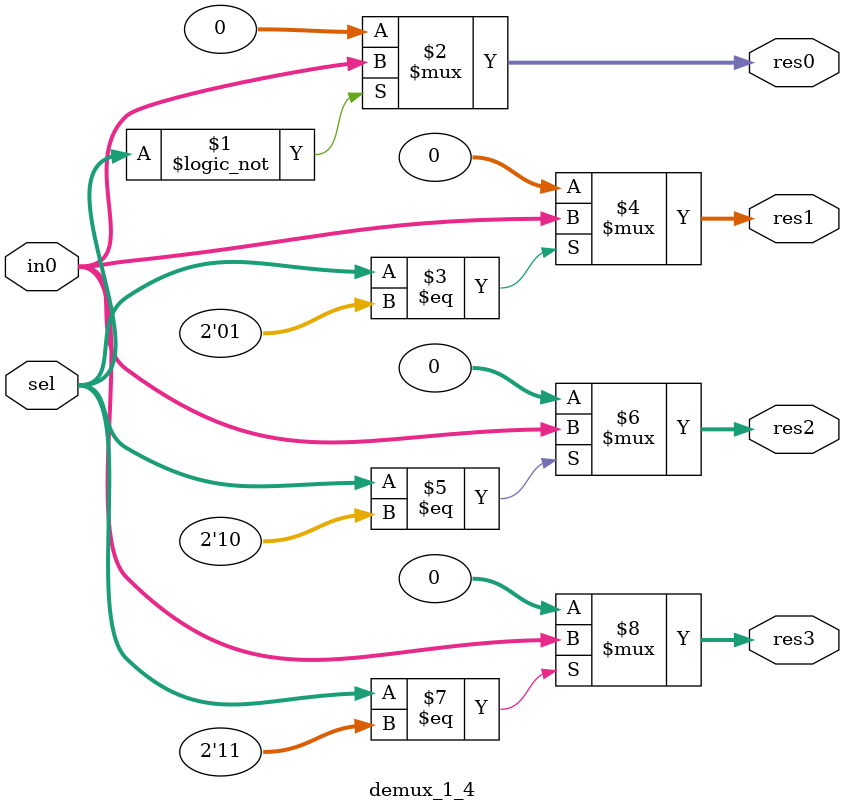
<source format=v>
module demux_1_4
#(
	parameter data_width = 32
)
(
	input [data_width-1:0] in0,
	input [1:0] sel,
	output [data_width-1:0] res0,res1,res2,res3
);
	assign res0 = (sel==2'b00) ? in0 : 0;
	assign res1 = (sel==2'b01) ? in0 : 0;
	assign res2 = (sel==2'b10) ? in0 : 0;
	assign res3 = (sel==2'b11) ? in0 : 0;

endmodule

</source>
